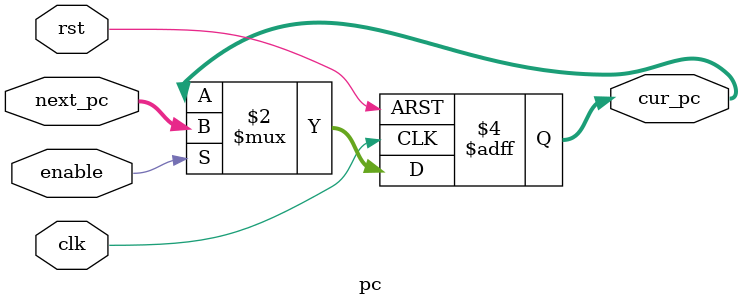
<source format=v>
`timescale 1ns / 1ps


module pc(
input wire clk,
input wire rst,
input wire enable,
input wire [31:0] next_pc,
output reg [31:0] cur_pc
    );
    always @(posedge clk or posedge rst) begin
    	if(rst) begin
    		cur_pc<=32'b0;
    	end
    	else if(enable) begin
    		cur_pc<=next_pc;
    	end
    end
endmodule

</source>
